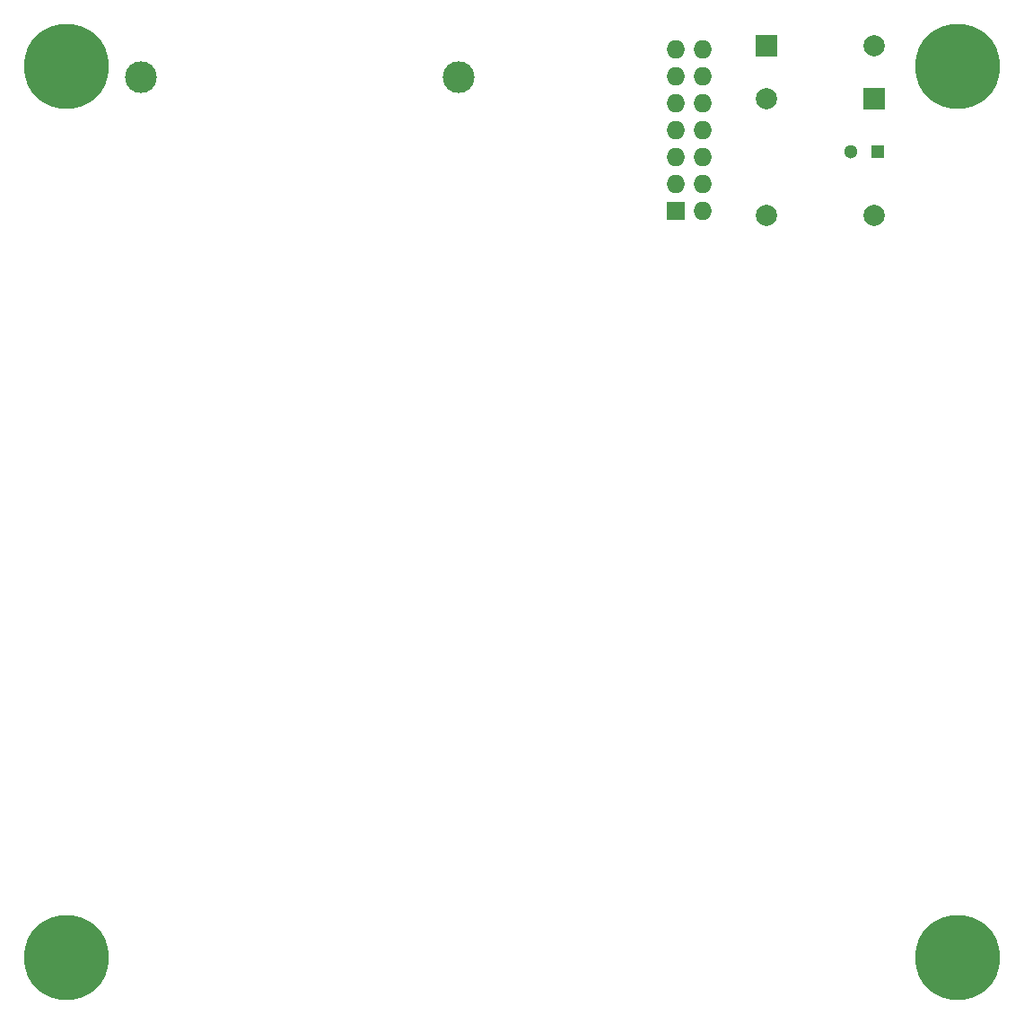
<source format=gbr>
G04 #@! TF.FileFunction,Soldermask,Bot*
%FSLAX46Y46*%
G04 Gerber Fmt 4.6, Leading zero omitted, Abs format (unit mm)*
G04 Created by KiCad (PCBNEW 4.0.2+dfsg1-stable) date Mon 14 Nov 2016 02:15:01 PM EST*
%MOMM*%
G01*
G04 APERTURE LIST*
%ADD10C,0.100000*%
%ADD11C,8.000000*%
%ADD12R,1.300000X1.300000*%
%ADD13C,1.300000*%
%ADD14C,1.998980*%
%ADD15R,1.998980X1.998980*%
%ADD16R,1.727200X1.727200*%
%ADD17O,1.727200X1.727200*%
%ADD18C,3.000000*%
G04 APERTURE END LIST*
D10*
D11*
X78000000Y-58000000D03*
X162000000Y-58000000D03*
X78000000Y-142000000D03*
D12*
X154500000Y-66000000D03*
D13*
X152000000Y-66000000D03*
D14*
X154160000Y-56002540D03*
D15*
X144000000Y-56002540D03*
D14*
X144000000Y-61000000D03*
D15*
X154160000Y-61000000D03*
D16*
X135460000Y-71620000D03*
D17*
X138000000Y-71620000D03*
X135460000Y-69080000D03*
X138000000Y-69080000D03*
X135460000Y-66540000D03*
X138000000Y-66540000D03*
X135460000Y-64000000D03*
X138000000Y-64000000D03*
X135460000Y-61460000D03*
X138000000Y-61460000D03*
X135460000Y-58920000D03*
X138000000Y-58920000D03*
X135460000Y-56380000D03*
X138000000Y-56380000D03*
D14*
X154160000Y-72000000D03*
X144000000Y-72000000D03*
D18*
X85000000Y-59000000D03*
X115000000Y-59000000D03*
D11*
X162000000Y-142000000D03*
M02*

</source>
